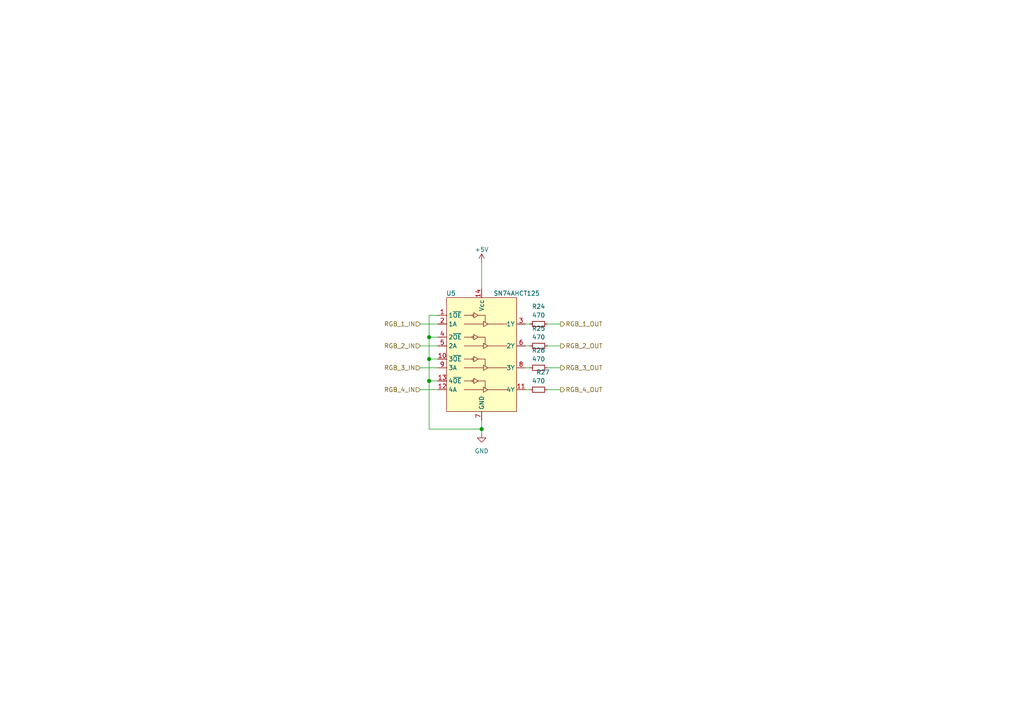
<source format=kicad_sch>
(kicad_sch (version 20210406) (generator eeschema)
  (paper "A4")
  (lib_symbols
    (symbol "Device:R_Small" (pin_numbers hide) (pin_names (offset 0.254) hide)
      (property "Reference" "R" (at 0.762 0.508 0))
      (property "Value" "R_Small" (at 0.762 -1.016 0))
      (symbol "R_Small_0_1"
        (rectangle (start -0.762 1.778) (end 0.762 -1.778) (stroke (width 0.2032)))
      )
      (symbol "R_Small_1_1"
        (pin passive line (at 0 2.54 270) (length 0.762) (name "~") (number "1"))
        (pin passive line (at 0 -2.54 90) (length 0.762) (name "~") (number "2"))
      )
    )
    (symbol "Jim:SN74AHCT125"
      (property "Reference" "U" (at -10.16 19.05 0))
      (property "Value" "SN74AHCT125" (at 8.89 19.05 0))
      (symbol "SN74AHCT125_0_1"
        (circle (center -2.54 -6.35) (radius 0.254) (stroke (width 0.1524)))
        (circle (center -2.54 0) (radius 0.254) (stroke (width 0.1524)))
        (circle (center -2.54 6.35) (radius 0.254) (stroke (width 0.1524)))
        (circle (center -2.54 12.7) (radius 0.254) (stroke (width 0.1524)))
        (rectangle (start -10.16 17.78) (end 10.16 -15.24) (stroke (width 0.1524)) (fill (type background)))
        (polyline (pts (xy -5.08 -8.89) (xy 0.508 -8.89)) (stroke (width 0.1524)))
        (polyline (pts (xy -5.08 -6.35) (xy -2.794 -6.35)) (stroke (width 0.1524)))
        (polyline (pts (xy -5.08 -2.54) (xy 0.508 -2.54)) (stroke (width 0.1524)))
        (polyline (pts (xy -5.08 0) (xy -2.794 0)) (stroke (width 0.1524)))
        (polyline (pts (xy -5.08 3.81) (xy 0.508 3.81)) (stroke (width 0.1524)))
        (polyline (pts (xy -5.08 6.35) (xy -2.794 6.35)) (stroke (width 0.1524)))
        (polyline (pts (xy -5.08 10.16) (xy 0.508 10.16)) (stroke (width 0.1524)))
        (polyline (pts (xy -5.08 12.7) (xy -2.794 12.7)) (stroke (width 0.1524)))
        (polyline (pts (xy 1.778 -8.89) (xy 7.366 -8.89)) (stroke (width 0.1524)))
        (polyline (pts (xy 1.778 -2.54) (xy 7.366 -2.54)) (stroke (width 0.1524)))
        (polyline (pts (xy 1.778 3.81) (xy 7.366 3.81)) (stroke (width 0.1524)))
        (polyline (pts (xy 1.778 10.16) (xy 7.366 10.16)) (stroke (width 0.1524)))
        (polyline (pts (xy -1.016 -6.35) (xy 1.016 -6.35) (xy 1.016 -8.382)) (stroke (width 0.1524)))
        (polyline (pts (xy -1.016 0) (xy 1.016 0) (xy 1.016 -2.032)) (stroke (width 0.1524)))
        (polyline (pts (xy -1.016 6.35) (xy 1.016 6.35) (xy 1.016 4.318)) (stroke (width 0.1524)))
        (polyline (pts (xy -1.016 12.7) (xy 1.016 12.7) (xy 1.016 10.668)) (stroke (width 0.1524)))
        (polyline (pts (xy -2.286 -5.588) (xy -2.286 -7.112) (xy -1.016 -6.35) (xy -2.286 -5.588)) (stroke (width 0.1524)))
        (polyline (pts (xy -2.286 0.762) (xy -2.286 -0.762) (xy -1.016 0) (xy -2.286 0.762)) (stroke (width 0.1524)))
        (polyline (pts (xy -2.286 7.112) (xy -2.286 5.588) (xy -1.016 6.35) (xy -2.286 7.112)) (stroke (width 0.1524)))
        (polyline (pts (xy -2.286 13.462) (xy -2.286 11.938) (xy -1.016 12.7) (xy -2.286 13.462)) (stroke (width 0.1524)))
        (polyline (pts (xy 0.508 -8.128) (xy 0.508 -9.652) (xy 1.778 -8.89) (xy 0.508 -8.128)) (stroke (width 0.1524)))
        (polyline (pts (xy 0.508 -1.778) (xy 0.508 -3.302) (xy 1.778 -2.54) (xy 0.508 -1.778)) (stroke (width 0.1524)))
        (polyline (pts (xy 0.508 4.572) (xy 0.508 3.048) (xy 1.778 3.81) (xy 0.508 4.572)) (stroke (width 0.1524)))
        (polyline (pts (xy 0.508 10.922) (xy 0.508 9.398) (xy 1.778 10.16) (xy 0.508 10.922)) (stroke (width 0.1524)))
      )
      (symbol "SN74AHCT125_1_1"
        (pin input line (at -12.7 12.7 0) (length 2.54) (name "1~OE") (number "1"))
        (pin input line (at -12.7 0 0) (length 2.54) (name "3~OE") (number "10"))
        (pin output line (at 12.7 -8.89 180) (length 2.54) (name "4Y") (number "11"))
        (pin input line (at -12.7 -8.89 0) (length 2.54) (name "4A") (number "12"))
        (pin input line (at -12.7 -6.35 0) (length 2.54) (name "4~OE") (number "13"))
        (pin power_in line (at 0 20.32 270) (length 2.54) (name "Vcc") (number "14"))
        (pin input line (at -12.7 10.16 0) (length 2.54) (name "1A") (number "2"))
        (pin output line (at 12.7 10.16 180) (length 2.54) (name "1Y") (number "3"))
        (pin input line (at -12.7 6.35 0) (length 2.54) (name "2~OE") (number "4"))
        (pin input line (at -12.7 3.81 0) (length 2.54) (name "2A") (number "5"))
        (pin output line (at 12.7 3.81 180) (length 2.54) (name "2Y") (number "6"))
        (pin power_in line (at 0 -17.78 90) (length 2.54) (name "GND") (number "7"))
        (pin output line (at 12.7 -2.54 180) (length 2.54) (name "3Y") (number "8"))
        (pin input line (at -12.7 -2.54 0) (length 2.54) (name "3A") (number "9"))
      )
    )
    (symbol "power:+5V" (power) (pin_names (offset 0))
      (property "Value" "+5V" (at 0 3.556 0))
      (symbol "+5V_0_1"
        (polyline (pts (xy -0.762 1.27) (xy 0 2.54)))
        (polyline (pts (xy 0 0) (xy 0 2.54)))
        (polyline (pts (xy 0 2.54) (xy 0.762 1.27)))
      )
      (symbol "+5V_1_1"
        (pin power_in line (at 0 0 90) (length 0) hide (name "+5V") (number "1"))
      )
    )
    (symbol "power:GND" (power) (pin_names (offset 0))
      (property "Value" "GND" (at 0 -3.81 0))
      (symbol "GND_0_1"
        (polyline (pts (xy 0 0) (xy 0 -1.27) (xy 1.27 -1.27) (xy 0 -2.54) (xy -1.27 -1.27) (xy 0 -1.27)))
      )
      (symbol "GND_1_1"
        (pin power_in line (at 0 0 270) (length 0) hide (name "GND") (number "1"))
      )
    )
  )
  (junction (at 124.46 97.79) (diameter 1.016))
  (junction (at 124.46 104.14) (diameter 1.016))
  (junction (at 124.46 110.49) (diameter 1.016))
  (junction (at 139.7 124.46) (diameter 1.016))
  (wire (pts (xy 121.92 93.98) (xy 127 93.98)))
  (wire (pts (xy 121.92 100.33) (xy 127 100.33)))
  (wire (pts (xy 121.92 106.68) (xy 127 106.68)))
  (wire (pts (xy 121.92 113.03) (xy 127 113.03)))
  (wire (pts (xy 124.46 91.44) (xy 124.46 97.79)))
  (wire (pts (xy 124.46 97.79) (xy 124.46 104.14)))
  (wire (pts (xy 124.46 97.79) (xy 127 97.79)))
  (wire (pts (xy 124.46 104.14) (xy 124.46 110.49)))
  (wire (pts (xy 124.46 104.14) (xy 127 104.14)))
  (wire (pts (xy 124.46 110.49) (xy 124.46 124.46)))
  (wire (pts (xy 124.46 110.49) (xy 127 110.49)))
  (wire (pts (xy 124.46 124.46) (xy 139.7 124.46)))
  (wire (pts (xy 127 91.44) (xy 124.46 91.44)))
  (wire (pts (xy 139.7 76.2) (xy 139.7 83.82)))
  (wire (pts (xy 139.7 121.92) (xy 139.7 124.46)))
  (wire (pts (xy 139.7 124.46) (xy 139.7 125.73)))
  (wire (pts (xy 152.4 93.98) (xy 153.67 93.98)))
  (wire (pts (xy 152.4 100.33) (xy 153.67 100.33)))
  (wire (pts (xy 152.4 106.68) (xy 153.67 106.68)))
  (wire (pts (xy 152.4 113.03) (xy 153.67 113.03)))
  (wire (pts (xy 158.75 93.98) (xy 162.56 93.98)))
  (wire (pts (xy 158.75 100.33) (xy 162.56 100.33)))
  (wire (pts (xy 158.75 106.68) (xy 162.56 106.68)))
  (wire (pts (xy 158.75 113.03) (xy 162.56 113.03)))
  (hierarchical_label "RGB_1_IN" (shape input) (at 121.92 93.98 180))
  (hierarchical_label "RGB_2_IN" (shape input) (at 121.92 100.33 180))
  (hierarchical_label "RGB_3_IN" (shape input) (at 121.92 106.68 180))
  (hierarchical_label "RGB_4_IN" (shape input) (at 121.92 113.03 180))
  (hierarchical_label "RGB_1_OUT" (shape output) (at 162.56 93.98 0))
  (hierarchical_label "RGB_2_OUT" (shape output) (at 162.56 100.33 0))
  (hierarchical_label "RGB_3_OUT" (shape output) (at 162.56 106.68 0))
  (hierarchical_label "RGB_4_OUT" (shape output) (at 162.56 113.03 0))
  (symbol (lib_id "power:+5V") (at 139.7 76.2 0) (unit 1)
    (property "Reference" "#PWR0106" (effects hide))
    (property "Value" "+5V" (at 139.7 72.39 0))
  )
  (symbol (lib_id "power:GND") (at 139.7 125.73 0) (unit 1)
    (property "Reference" "#PWR0105" (effects hide))
    (property "Value" "GND" (at 139.7 130.81 0))
  )
  (symbol (lib_id "Device:R_Small") (at 156.21 93.98 90) (unit 1)
    (property "Reference" "R24" (at 156.21 88.9 90))
    (property "Value" "470" (at 156.21 91.44 90))
    (property "Footprint" "Resistor_SMD:R_0805_2012Metric" (effects hide))
  )
  (symbol (lib_id "Device:R_Small") (at 156.21 100.33 90) (unit 1)
    (property "Reference" "R25" (at 156.21 95.25 90))
    (property "Value" "470" (at 156.21 97.79 90))
    (property "Footprint" "Resistor_SMD:R_0805_2012Metric" (effects hide))
  )
  (symbol (lib_id "Device:R_Small") (at 156.21 106.68 90) (unit 1)
    (property "Reference" "R26" (at 156.21 101.6 90))
    (property "Value" "470" (at 156.21 104.14 90))
    (property "Footprint" "Resistor_SMD:R_0805_2012Metric" (effects hide))
  )
  (symbol (lib_id "Device:R_Small") (at 156.21 113.03 90) (unit 1)
    (property "Reference" "R27" (at 157.48 107.95 90))
    (property "Value" "470" (at 156.21 110.49 90))
    (property "Footprint" "Resistor_SMD:R_0805_2012Metric" (effects hide))
  )
  (symbol (lib_id "Jim:SN74AHCT125") (at 139.7 104.14 0) (unit 1)
    (property "Reference" "U5" (at 130.81 85.09 0))
    (property "Value" "SN74AHCT125" (at 149.86 85.09 0))
    (property "Footprint" "Package_DIP:DIP-14_W7.62mm" (effects hide))
  )
)
</source>
